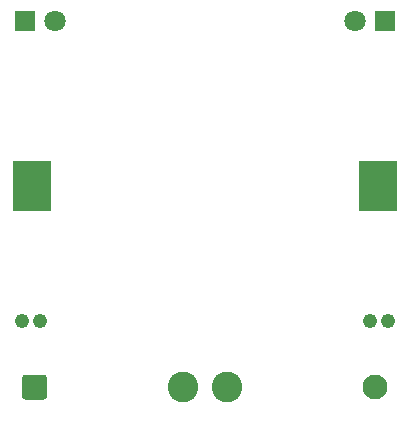
<source format=gbr>
%TF.GenerationSoftware,KiCad,Pcbnew,(5.1.7)-1*%
%TF.CreationDate,2021-04-21T21:28:38-05:00*%
%TF.ProjectId,blinky_kit_pcb,626c696e-6b79-45f6-9b69-745f7063622e,1.0*%
%TF.SameCoordinates,Original*%
%TF.FileFunction,Soldermask,Bot*%
%TF.FilePolarity,Negative*%
%FSLAX46Y46*%
G04 Gerber Fmt 4.6, Leading zero omitted, Abs format (unit mm)*
G04 Created by KiCad (PCBNEW (5.1.7)-1) date 2021-04-21 21:28:38*
%MOMM*%
%LPD*%
G01*
G04 APERTURE LIST*
%ADD10C,2.600000*%
%ADD11C,2.100000*%
%ADD12R,3.200000X4.200000*%
%ADD13C,1.219200*%
%ADD14R,1.800000X1.800000*%
%ADD15C,1.800000*%
G04 APERTURE END LIST*
D10*
%TO.C,J1*%
X142802800Y-114858800D03*
X139142800Y-114858800D03*
D11*
X155402800Y-114858800D03*
G36*
G01*
X127342800Y-115908800D02*
X125742800Y-115908800D01*
G75*
G02*
X125492800Y-115658800I0J250000D01*
G01*
X125492800Y-114058800D01*
G75*
G02*
X125742800Y-113808800I250000J0D01*
G01*
X127342800Y-113808800D01*
G75*
G02*
X127592800Y-114058800I0J-250000D01*
G01*
X127592800Y-115658800D01*
G75*
G02*
X127342800Y-115908800I-250000J0D01*
G01*
G37*
%TD*%
D12*
%TO.C,BT1*%
X126320000Y-97790000D03*
X155620000Y-97790000D03*
%TD*%
D13*
%TO.C,C1*%
X125500000Y-109220000D03*
X127000000Y-109220000D03*
%TD*%
%TO.C,C2*%
X154940000Y-109220000D03*
X156440000Y-109220000D03*
%TD*%
D14*
%TO.C,D1*%
X156210000Y-83820000D03*
D15*
X153670000Y-83820000D03*
%TD*%
%TO.C,D2*%
X128270000Y-83820000D03*
D14*
X125730000Y-83820000D03*
%TD*%
M02*

</source>
